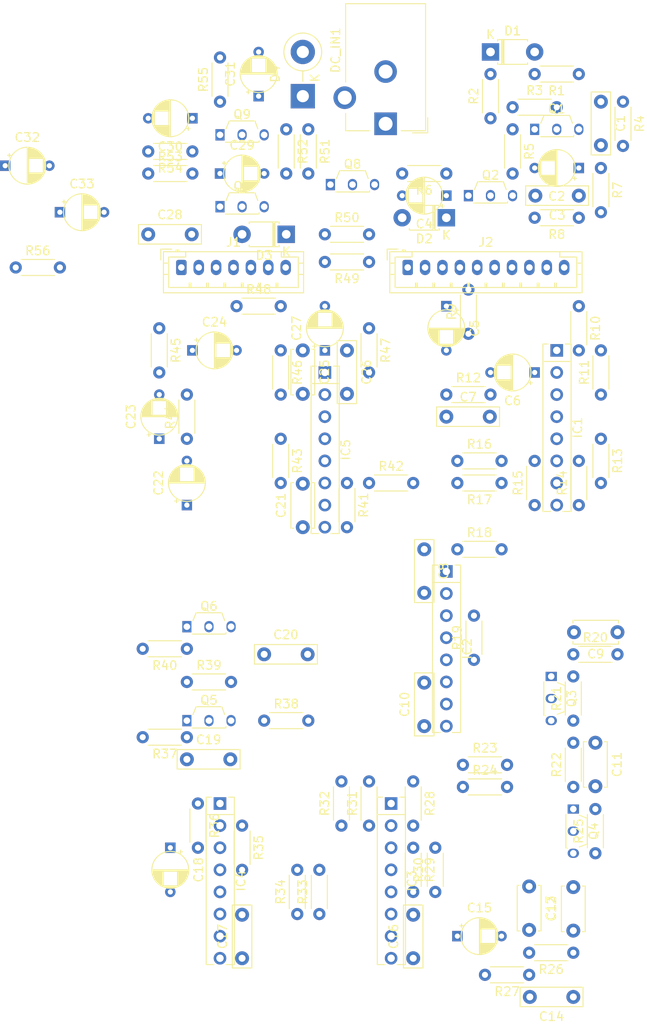
<source format=kicad_pcb>
(kicad_pcb (version 20221018) (generator pcbnew)
  (layers (0 "F.Cu" signal) (31 "B.Cu" signal) (34 "B.Paste" user) (35 "F.Paste" user) (36 "B.SilkS" user "B.Silkscreen") (37 "F.SilkS" user "F.Silkscreen") (38 "B.Mask" user) (39 "F.Mask" user) (44 "Edge.Cuts" user))
  (net 0 "")
  (net 1 "-BATT")
  (net 2 "+9V")
  (net 3 "+BATT")
  (net 4 "Net-(IC1-Pad6)")
  (net 5 "Net-(IC1-Pad5)")
  (net 6 "GNDPWR")
  (net 7 "Net-(C6-Pad1)")
  (net 8 "Net-(C8-Pad2)")
  (net 9 "VCC")
  (net 10 "Net-(C10-Pad2)")
  (net 11 "Net-(C10-Pad1)")
  (net 12 "Net-(IC3-Pad2)")
  (net 13 "Net-(IC3-Pad3)")
  (net 14 "Net-(C16-Pad2)")
  (net 15 "Net-(C18-Pad1)")
  (net 16 "Net-(C17-Pad2)")
  (net 17 "Net-(C17-Pad1)")
  (net 18 "A")
  (net 19 "A1")
  (net 20 "A3")
  (net 21 "Net-(C25-Pad1)")
  (net 22 "Net-(C2-Pad1)")
  (net 23 "Net-(C1-Pad1)")
  (net 24 "Net-(C4-Pad1)")
  (net 25 "Net-(C9-Pad2)")
  (net 26 "Net-(C11-Pad1)")
  (net 27 "Net-(C12-Pad2)")
  (net 28 "Net-(C19-Pad2)")
  (net 29 "Net-(C23-Pad1)")
  (net 30 "Net-(C22-Pad1)")
  (net 31 "Net-(C20-Pad1)")
  (net 32 "Q7-G")
  (net 33 "Net-(C27-Pad2)")
  (net 34 "Net-(C29-Pad1)")
  (net 35 "Q8-G")
  (net 36 "Net-(C4-Pad2)")
  (net 37 "Net-(C29-Pad2)")
  (net 38 "Net-(C30-Pad1)")
  (net 39 "Net-(C2-Pad2)")
  (net 40 "Net-(C1-Pad2)")
  (net 41 "Net-(IN1-PadT)")
  (net 42 "Net-(C5-Pad2)")
  (net 43 "Net-(C6-Pad2)")
  (net 44 "Net-(R26-Pad1)")
  (net 45 "Net-(C12-Pad1)")
  (net 46 "Net-(C7-Pad1)")
  (net 47 "Net-(C22-Pad2)")
  (net 48 "Net-(C23-Pad2)")
  (net 49 "Net-(C26-Pad1)")
  (net 50 "Net-(C24-Pad2)")
  (net 51 "Net-(OUT1-PadT)")
  (net 52 "Net-(C30-Pad2)")
  (net 53 "Net-(R56-Pad1)")
  (net 54 "Net-(C33-Pad1)")
  (net 55 "LOW2")
  (net 56 "PRES2")
  (net 57 "MF1A")
  (net 58 "MF3A")
  (net 59 "MF1B")
  (net 60 "MF3B")
  (net 61 "ML2")
  (net 62 "HF1B")
  (net 63 "HL2")
  (net 64 "HF3B")
  (net 65 "HF1A")
  (net 66 "HF3A")
  (net 67 "L1")
  (net 68 "L3")
  (net 69 "C")
  (net 70 "Net-(C3-Pad2)")
  (net 71 "LED")
  (net 72 "Net-(C28-Pad2)")
  (net 73 "Net-(D1-Pad1)")
  (net 74 "Net-(D1-Pad2)")
  (footprint "Connector_BarrelJack:BarrelJack_CUI_PJ-102AH_Horizontal" (layer "F.Cu") (at 161.925 51.435 180)
    (fp_text reference "DC_IN1" (at 5.75 8.45 270) (layer "F.SilkS"))
    (fp_text value "Barrel_Jack_Switch")
    (pad "1" thru_hole rect (at 0 0 180) (size 2.6 2.6) (drill 1.6) (layers "*.Cu" "*.Mask") (net 1 "-BATT"))
    (pad "2" thru_hole circle (at 0 6 180) (size 2.6 2.6) (drill 1.6) (layers "*.Cu" "*.Mask") (net 2 "+9V"))
    (pad "3" thru_hole circle (at 4.7 3 180) (size 2.6 2.6) (drill 1.6) (layers "*.Cu" "*.Mask") (net 3 "+BATT"))
  )
  (footprint "Package_SIP:SIP-8_19x3mm_P2.54mm" (layer "F.Cu") (at 168.91 102.87 -90)
    (fp_text reference "IC2" (at 8.89 -2.4 270) (layer "F.SilkS"))
    (fp_text value "M5218")
    (pad "1" thru_hole rect (at 0 0) (size 1.45 1.45) (drill 0.85) (layers "*.Cu" "*.Mask") (net 62 "HF1B"))
    (pad "2" thru_hole circle (at 2.54 0) (size 1.45 1.45) (drill 0.85) (layers "*.Cu" "*.Mask") (net 8 "Net-(C8-Pad2)"))
    (pad "3" thru_hole circle (at 5.08 0) (size 1.45 1.45) (drill 0.85) (layers "*.Cu" "*.Mask") (net 9 "VCC"))
    (pad "4" thru_hole circle (at 7.62 0) (size 1.45 1.45) (drill 0.85) (layers "*.Cu" "*.Mask") (net 6 "GNDPWR"))
    (pad "5" thru_hole circle (at 10.16 0) (size 1.45 1.45) (drill 0.85) (layers "*.Cu" "*.Mask") (net 9 "VCC"))
    (pad "6" thru_hole circle (at 12.7 0) (size 1.45 1.45) (drill 0.85) (layers "*.Cu" "*.Mask") (net 10 "Net-(C10-Pad2)"))
    (pad "7" thru_hole circle (at 15.24 0) (size 1.45 1.45) (drill 0.85) (layers "*.Cu" "*.Mask") (net 11 "Net-(C10-Pad1)"))
    (pad "8" thru_hole circle (at 17.78 0) (size 1.45 1.45) (drill 0.85) (layers "*.Cu" "*.Mask") (net 2 "+9V"))
  )
  (footprint "Package_SIP:SIP-8_19x3mm_P2.54mm" (layer "F.Cu") (at 162.56 129.54 -90)
    (fp_text reference "IC3" (at 8.89 -2.4 270) (layer "F.SilkS"))
    (fp_text value "M5218")
    (pad "1" thru_hole rect (at 0 0) (size 1.45 1.45) (drill 0.85) (layers "*.Cu" "*.Mask") (net 57 "MF1A"))
    (pad "2" thru_hole circle (at 2.54 0) (size 1.45 1.45) (drill 0.85) (layers "*.Cu" "*.Mask") (net 12 "Net-(IC3-Pad2)"))
    (pad "3" thru_hole circle (at 5.08 0) (size 1.45 1.45) (drill 0.85) (layers "*.Cu" "*.Mask") (net 13 "Net-(IC3-Pad3)"))
    (pad "4" thru_hole circle (at 7.62 0) (size 1.45 1.45) (drill 0.85) (layers "*.Cu" "*.Mask") (net 6 "GNDPWR"))
    (pad "5" thru_hole circle (at 10.16 0) (size 1.45 1.45) (drill 0.85) (layers "*.Cu" "*.Mask") (net 9 "VCC"))
    (pad "6" thru_hole circle (at 12.7 0) (size 1.45 1.45) (drill 0.85) (layers "*.Cu" "*.Mask") (net 14 "Net-(C16-Pad2)"))
    (pad "7" thru_hole circle (at 15.24 0) (size 1.45 1.45) (drill 0.85) (layers "*.Cu" "*.Mask") (net 59 "MF1B"))
    (pad "8" thru_hole circle (at 17.78 0) (size 1.45 1.45) (drill 0.85) (layers "*.Cu" "*.Mask") (net 2 "+9V"))
  )
  (footprint "Package_SIP:SIP-8_19x3mm_P2.54mm" (layer "F.Cu") (at 142.875 129.54 -90)
    (fp_text reference "IC4" (at 8.89 -2.4 270) (layer "F.SilkS"))
    (fp_text value "M5218")
    (pad "1" thru_hole rect (at 0 0) (size 1.45 1.45) (drill 0.85) (layers "*.Cu" "*.Mask") (net 9 "VCC"))
    (pad "2" thru_hole circle (at 2.54 0) (size 1.45 1.45) (drill 0.85) (layers "*.Cu" "*.Mask") (net 9 "VCC"))
    (pad "3" thru_hole circle (at 5.08 0) (size 1.45 1.45) (drill 0.85) (layers "*.Cu" "*.Mask") (net 15 "Net-(C18-Pad1)"))
    (pad "4" thru_hole circle (at 7.62 0) (size 1.45 1.45) (drill 0.85) (layers "*.Cu" "*.Mask") (net 6 "GNDPWR"))
    (pad "5" thru_hole circle (at 10.16 0) (size 1.45 1.45) (drill 0.85) (layers "*.Cu" "*.Mask") (net 9 "VCC"))
    (pad "6" thru_hole circle (at 12.7 0) (size 1.45 1.45) (drill 0.85) (layers "*.Cu" "*.Mask") (net 16 "Net-(C17-Pad2)"))
    (pad "7" thru_hole circle (at 15.24 0) (size 1.45 1.45) (drill 0.85) (layers "*.Cu" "*.Mask") (net 17 "Net-(C17-Pad1)"))
    (pad "8" thru_hole circle (at 17.78 0) (size 1.45 1.45) (drill 0.85) (layers "*.Cu" "*.Mask") (net 2 "+9V"))
  )
  (footprint "Package_SIP:SIP-8_19x3mm_P2.54mm" (layer "F.Cu") (at 154.94 80.01 -90)
    (fp_text reference "IC5" (at 8.89 -2.4 270) (layer "F.SilkS"))
    (fp_text value "M5218")
    (pad "1" thru_hole rect (at 0 0) (size 1.45 1.45) (drill 0.85) (layers "*.Cu" "*.Mask") (net 21 "Net-(C25-Pad1)"))
    (pad "2" thru_hole circle (at 2.54 0) (size 1.45 1.45) (drill 0.85) (layers "*.Cu" "*.Mask") (net 20 "A3"))
    (pad "3" thru_hole circle (at 5.08 0) (size 1.45 1.45) (drill 0.85) (layers "*.Cu" "*.Mask") (net 9 "VCC"))
    (pad "4" thru_hole circle (at 7.62 0) (size 1.45 1.45) (drill 0.85) (layers "*.Cu" "*.Mask") (net 6 "GNDPWR"))
    (pad "5" thru_hole circle (at 10.16 0) (size 1.45 1.45) (drill 0.85) (layers "*.Cu" "*.Mask") (net 9 "VCC"))
    (pad "6" thru_hole circle (at 12.7 0) (size 1.45 1.45) (drill 0.85) (layers "*.Cu" "*.Mask") (net 19 "A1"))
    (pad "7" thru_hole circle (at 15.24 0) (size 1.45 1.45) (drill 0.85) (layers "*.Cu" "*.Mask") (net 18 "A"))
    (pad "8" thru_hole circle (at 17.78 0) (size 1.45 1.45) (drill 0.85) (layers "*.Cu" "*.Mask") (net 2 "+9V"))
  )
  (footprint "Package_TO_SOT_THT:TO-92S_Wide" (layer "F.Cu") (at 179.07 52.07)
    (fp_text reference "Q1" (at 2.54 -2.35) (layer "F.SilkS"))
    (fp_text value "2SK184-GR")
    (pad "1" thru_hole rect (at 0 0 180) (size 1.05 1.3) (drill 0.75) (layers "*.Cu" "*.Mask") (net 2 "+9V"))
    (pad "2" thru_hole oval (at 2.54 0 180) (size 1.05 1.3) (drill 0.75) (layers "*.Cu" "*.Mask") (net 23 "Net-(C1-Pad1)"))
    (pad "3" thru_hole oval (at 5.08 0 180) (size 1.05 1.3) (drill 0.75) (layers "*.Cu" "*.Mask") (net 22 "Net-(C2-Pad1)"))
  )
  (footprint "Package_TO_SOT_THT:TO-92S_Wide" (layer "F.Cu") (at 171.45 59.69)
    (fp_text reference "Q2" (at 2.54 -2.35) (layer "F.SilkS"))
    (fp_text value "2SC3378-GR")
    (pad "1" thru_hole rect (at 0 0 180) (size 1.05 1.3) (drill 0.75) (layers "*.Cu" "*.Mask") (net 24 "Net-(C4-Pad1)"))
    (pad "2" thru_hole oval (at 2.54 0 180) (size 1.05 1.3) (drill 0.75) (layers "*.Cu" "*.Mask") (net 2 "+9V"))
    (pad "3" thru_hole oval (at 5.08 0 180) (size 1.05 1.3) (drill 0.75) (layers "*.Cu" "*.Mask") (net 22 "Net-(C2-Pad1)"))
  )
  (footprint "Package_TO_SOT_THT:TO-92S_Wide" (layer "F.Cu") (at 180.975 114.935 -90)
    (fp_text reference "Q3" (at 2.54 -2.35 270) (layer "F.SilkS"))
    (fp_text value "C2458-GR")
    (pad "1" thru_hole rect (at 0 0 90) (size 1.05 1.3) (drill 0.75) (layers "*.Cu" "*.Mask") (net 6 "GNDPWR"))
    (pad "2" thru_hole oval (at 2.54 0 90) (size 1.05 1.3) (drill 0.75) (layers "*.Cu" "*.Mask") (net 25 "Net-(C9-Pad2)"))
    (pad "3" thru_hole oval (at 5.08 0 90) (size 1.05 1.3) (drill 0.75) (layers "*.Cu" "*.Mask") (net 26 "Net-(C11-Pad1)"))
  )
  (footprint "Package_TO_SOT_THT:TO-92S_Wide" (layer "F.Cu") (at 183.515 130.175 -90)
    (fp_text reference "Q4" (at 2.54 -2.35 270) (layer "F.SilkS"))
    (fp_text value "C2458-GR")
    (pad "1" thru_hole rect (at 0 0 90) (size 1.05 1.3) (drill 0.75) (layers "*.Cu" "*.Mask") (net 6 "GNDPWR"))
    (pad "2" thru_hole oval (at 2.54 0 90) (size 1.05 1.3) (drill 0.75) (layers "*.Cu" "*.Mask") (net 71 "LED"))
    (pad "3" thru_hole oval (at 5.08 0 90) (size 1.05 1.3) (drill 0.75) (layers "*.Cu" "*.Mask") (net 27 "Net-(C12-Pad2)"))
  )
  (footprint "Package_TO_SOT_THT:TO-92S_Wide" (layer "F.Cu") (at 139.065 120.015)
    (fp_text reference "Q5" (at 2.54 -2.35) (layer "F.SilkS"))
    (fp_text value "2SC3378-GR")
    (pad "1" thru_hole rect (at 0 0 180) (size 1.05 1.3) (drill 0.75) (layers "*.Cu" "*.Mask") (net 29 "Net-(C23-Pad1)"))
    (pad "2" thru_hole oval (at 2.54 0 180) (size 1.05 1.3) (drill 0.75) (layers "*.Cu" "*.Mask") (net 2 "+9V"))
    (pad "3" thru_hole oval (at 5.08 0 180) (size 1.05 1.3) (drill 0.75) (layers "*.Cu" "*.Mask") (net 28 "Net-(C19-Pad2)"))
  )
  (footprint "Package_TO_SOT_THT:TO-92S_Wide" (layer "F.Cu") (at 139.065 109.22)
    (fp_text reference "Q6" (at 2.54 -2.35) (layer "F.SilkS"))
    (fp_text value "2SC3378-GR")
    (pad "1" thru_hole rect (at 0 0 180) (size 1.05 1.3) (drill 0.75) (layers "*.Cu" "*.Mask") (net 30 "Net-(C22-Pad1)"))
    (pad "2" thru_hole oval (at 2.54 0 180) (size 1.05 1.3) (drill 0.75) (layers "*.Cu" "*.Mask") (net 2 "+9V"))
    (pad "3" thru_hole oval (at 5.08 0 180) (size 1.05 1.3) (drill 0.75) (layers "*.Cu" "*.Mask") (net 31 "Net-(C20-Pad1)"))
  )
  (footprint "Package_TO_SOT_THT:TO-92S_Wide" (layer "F.Cu") (at 142.875 52.705)
    (fp_text reference "Q9" (at 2.54 -2.35) (layer "F.SilkS"))
    (fp_text value "2SC3378-GR")
    (pad "1" thru_hole rect (at 0 0 180) (size 1.05 1.3) (drill 0.75) (layers "*.Cu" "*.Mask") (net 38 "Net-(C30-Pad1)"))
    (pad "2" thru_hole oval (at 2.54 0 180) (size 1.05 1.3) (drill 0.75) (layers "*.Cu" "*.Mask") (net 2 "+9V"))
    (pad "3" thru_hole oval (at 5.08 0 180) (size 1.05 1.3) (drill 0.75) (layers "*.Cu" "*.Mask") (net 37 "Net-(C29-Pad2)"))
  )
  (footprint "Resistor_THT:R_Axial_DIN0204_L3.6mm_D1.6mm_P5.08mm_Horizontal" (layer "F.Cu") (at 173.99 50.8 90)
    (fp_text reference "R2" (at 2.54 -1.92 90) (layer "F.SilkS"))
    (fp_text value "10k")
    (pad "1" thru_hole circle (at 0 0 90) (size 1.4 1.4) (drill 0.7) (layers "*.Cu" "*.Mask") (net 24 "Net-(C4-Pad1)"))
    (pad "2" thru_hole oval (at 5.08 0 90) (size 1.4 1.4) (drill 0.7) (layers "*.Cu" "*.Mask") (net 6 "GNDPWR"))
  )
  (footprint "Resistor_THT:R_Axial_DIN0204_L3.6mm_D1.6mm_P5.08mm_Horizontal" (layer "F.Cu") (at 176.53 49.53)
    (fp_text reference "R3" (at 2.54 -1.92) (layer "F.SilkS"))
    (fp_text value "1M")
    (pad "1" thru_hole circle (at 0 0) (size 1.4 1.4) (drill 0.7) (layers "*.Cu" "*.Mask") (net 9 "VCC"))
    (pad "2" thru_hole oval (at 5.08 0) (size 1.4 1.4) (drill 0.7) (layers "*.Cu" "*.Mask") (net 23 "Net-(C1-Pad1)"))
  )
  (footprint "Resistor_THT:R_Axial_DIN0204_L3.6mm_D1.6mm_P5.08mm_Horizontal" (layer "F.Cu") (at 189.23 48.895 -90)
    (fp_text reference "R4" (at 2.54 -1.92 270) (layer "F.SilkS"))
    (fp_text value "10k")
    (pad "1" thru_hole circle (at 0 0 270) (size 1.4 1.4) (drill 0.7) (layers "*.Cu" "*.Mask") (net 22 "Net-(C2-Pad1)"))
    (pad "2" thru_hole oval (at 5.08 0 270) (size 1.4 1.4) (drill 0.7) (layers "*.Cu" "*.Mask") (net 6 "GNDPWR"))
  )
  (footprint "Resistor_THT:R_Axial_DIN0204_L3.6mm_D1.6mm_P5.08mm_Horizontal" (layer "F.Cu") (at 176.53 52.07 -90)
    (fp_text reference "R5" (at 2.54 -1.92 270) (layer "F.SilkS"))
    (fp_text value "1M")
    (pad "1" thru_hole circle (at 0 0 270) (size 1.4 1.4) (drill 0.7) (layers "*.Cu" "*.Mask") (net 9 "VCC"))
    (pad "2" thru_hole oval (at 5.08 0 270) (size 1.4 1.4) (drill 0.7) (layers "*.Cu" "*.Mask") (net 39 "Net-(C2-Pad2)"))
  )
  (footprint "Resistor_THT:R_Axial_DIN0204_L3.6mm_D1.6mm_P5.08mm_Horizontal" (layer "F.Cu") (at 168.91 57.15 180)
    (fp_text reference "R6" (at 2.54 -1.92 180) (layer "F.SilkS"))
    (fp_text value "1M")
    (pad "1" thru_hole circle (at 0 0 180) (size 1.4 1.4) (drill 0.7) (layers "*.Cu" "*.Mask") (net 9 "VCC"))
    (pad "2" thru_hole oval (at 5.08 0 180) (size 1.4 1.4) (drill 0.7) (layers "*.Cu" "*.Mask") (net 36 "Net-(C4-Pad2)"))
  )
  (footprint "Resistor_THT:R_Axial_DIN0204_L3.6mm_D1.6mm_P5.08mm_Horizontal" (layer "F.Cu") (at 186.69 56.515 -90)
    (fp_text reference "R7" (at 2.54 -1.92 270) (layer "F.SilkS"))
    (fp_text value "10k")
    (pad "1" thru_hole circle (at 0 0 270) (size 1.4 1.4) (drill 0.7) (layers "*.Cu" "*.Mask") (net 40 "Net-(C1-Pad2)"))
    (pad "2" thru_hole oval (at 5.08 0 270) (size 1.4 1.4) (drill 0.7) (layers "*.Cu" "*.Mask") (net 41 "Net-(IN1-PadT)"))
  )
  (footprint "Resistor_THT:R_Axial_DIN0204_L3.6mm_D1.6mm_P5.08mm_Horizontal" (layer "F.Cu") (at 184.15 62.23 180)
    (fp_text reference "R8" (at 2.54 -1.92 180) (layer "F.SilkS"))
    (fp_text value "1M")
    (pad "1" thru_hole circle (at 0 0 180) (size 1.4 1.4) (drill 0.7) (layers "*.Cu" "*.Mask") (net 71 "LED"))
    (pad "2" thru_hole oval (at 5.08 0 180) (size 1.4 1.4) (drill 0.7) (layers "*.Cu" "*.Mask") (net 70 "Net-(C3-Pad2)"))
  )
  (footprint "Resistor_THT:R_Axial_DIN0204_L3.6mm_D1.6mm_P5.08mm_Horizontal" (layer "F.Cu") (at 171.45 75.565 90)
    (fp_text reference "R9" (at 2.54 -1.92 90) (layer "F.SilkS"))
    (fp_text value "6.8k")
    (pad "1" thru_hole circle (at 0 0 90) (size 1.4 1.4) (drill 0.7) (layers "*.Cu" "*.Mask") (net 42 "Net-(C5-Pad2)"))
    (pad "2" thru_hole oval (at 5.08 0 90) (size 1.4 1.4) (drill 0.7) (layers "*.Cu" "*.Mask") (net 63 "HL2"))
  )
  (footprint "Resistor_THT:R_Axial_DIN0204_L3.6mm_D1.6mm_P5.08mm_Horizontal" (layer "F.Cu") (at 184.15 72.39 -90)
    (fp_text reference "R10" (at 2.54 -1.92 270) (layer "F.SilkS"))
    (fp_text value "10k")
    (pad "1" thru_hole circle (at 0 0 270) (size 1.4 1.4) (drill 0.7) (layers "*.Cu" "*.Mask") (net 7 "Net-(C6-Pad1)"))
    (pad "2" thru_hole oval (at 5.08 0 270) (size 1.4 1.4) (drill 0.7) (layers "*.Cu" "*.Mask") (net 68 "L3"))
  )
  (footprint "Resistor_THT:R_Axial_DIN0204_L3.6mm_D1.6mm_P5.08mm_Horizontal" (layer "F.Cu") (at 186.69 82.55 90)
    (fp_text reference "R11" (at 2.54 -1.92 90) (layer "F.SilkS"))
    (fp_text value "10k")
    (pad "1" thru_hole circle (at 0 0 90) (size 1.4 1.4) (drill 0.7) (layers "*.Cu" "*.Mask") (net 67 "L1"))
    (pad "2" thru_hole oval (at 5.08 0 90) (size 1.4 1.4) (drill 0.7) (layers "*.Cu" "*.Mask") (net 39 "Net-(C2-Pad2)"))
  )
  (footprint "Resistor_THT:R_Axial_DIN0204_L3.6mm_D1.6mm_P5.08mm_Horizontal" (layer "F.Cu") (at 168.91 82.55)
    (fp_text reference "R12" (at 2.54 -1.92) (layer "F.SilkS"))
    (fp_text value "47k")
    (pad "1" thru_hole circle (at 0 0) (size 1.4 1.4) (drill 0.7) (layers "*.Cu" "*.Mask") (net 19 "A1"))
    (pad "2" thru_hole oval (at 5.08 0) (size 1.4 1.4) (drill 0.7) (layers "*.Cu" "*.Mask") (net 43 "Net-(C6-Pad2)"))
  )
  (footprint "Resistor_THT:R_Axial_DIN0204_L3.6mm_D1.6mm_P5.08mm_Horizontal" (layer "F.Cu") (at 186.69 87.63 -90)
    (fp_text reference "R13" (at 2.54 -1.92 270) (layer "F.SilkS"))
    (fp_text value "10k")
    (pad "1" thru_hole circle (at 0 0 270) (size 1.4 1.4) (drill 0.7) (layers "*.Cu" "*.Mask") (net 5 "Net-(IC1-Pad5)"))
    (pad "2" thru_hole oval (at 5.08 0 270) (size 1.4 1.4) (drill 0.7) (layers "*.Cu" "*.Mask") (net 9 "VCC"))
  )
  (footprint "Resistor_THT:R_Axial_DIN0204_L3.6mm_D1.6mm_P5.08mm_Horizontal" (layer "F.Cu") (at 184.15 95.25 90)
    (fp_text reference "R14" (at 2.54 -1.92 90) (layer "F.SilkS"))
    (fp_text value "22k")
    (pad "1" thru_hole circle (at 0 0 90) (size 1.4 1.4) (drill 0.7) (layers "*.Cu" "*.Mask") (net 65 "HF1A"))
    (pad "2" thru_hole oval (at 5.08 0 90) (size 1.4 1.4) (drill 0.7) (layers "*.Cu" "*.Mask") (net 4 "Net-(IC1-Pad6)"))
  )
  (footprint "Resistor_THT:R_Axial_DIN0204_L3.6mm_D1.6mm_P5.08mm_Horizontal" (layer "F.Cu") (at 179.07 95.25 90)
    (fp_text reference "R15" (at 2.54 -1.92 90) (layer "F.SilkS"))
    (fp_text value "22k")
    (pad "1" thru_hole circle (at 0 0 90) (size 1.4 1.4) (drill 0.7) (layers "*.Cu" "*.Mask") (net 11 "Net-(C10-Pad1)"))
    (pad "2" thru_hole oval (at 5.08 0 90) (size 1.4 1.4) (drill 0.7) (layers "*.Cu" "*.Mask") (net 4 "Net-(IC1-Pad6)"))
  )
  (footprint "Resistor_THT:R_Axial_DIN0204_L3.6mm_D1.6mm_P5.08mm_Horizontal" (layer "F.Cu") (at 170.18 90.17)
    (fp_text reference "R16" (at 2.54 -1.92) (layer "F.SilkS"))
    (fp_text value "22k")
    (pad "1" thru_hole circle (at 0 0) (size 1.4 1.4) (drill 0.7) (layers "*.Cu" "*.Mask") (net 62 "HF1B"))
    (pad "2" thru_hole oval (at 5.08 0) (size 1.4 1.4) (drill 0.7) (layers "*.Cu" "*.Mask") (net 5 "Net-(IC1-Pad5)"))
  )
  (footprint "Resistor_THT:R_Axial_DIN0204_L3.6mm_D1.6mm_P5.08mm_Horizontal" (layer "F.Cu") (at 175.26 92.71 180)
    (fp_text reference "R17" (at 2.54 -1.92 180) (layer "F.SilkS"))
    (fp_text value "22k")
    (pad "1" thru_hole circle (at 0 0 180) (size 1.4 1.4) (drill 0.7) (layers "*.Cu" "*.Mask") (net 4 "Net-(IC1-Pad6)"))
    (pad "2" thru_hole oval (at 5.08 0 180) (size 1.4 1.4) (drill 0.7) (layers "*.Cu" "*.Mask") (net 18 "A"))
  )
  (footprint "Resistor_THT:R_Axial_DIN0204_L3.6mm_D1.6mm_P5.08mm_Horizontal" (layer "F.Cu") (at 172.085 113.03 90)
    (fp_text reference "R19" (at 2.54 -1.92 90) (layer "F.SilkS"))
    (fp_text value "2.7k")
    (pad "1" thru_hole circle (at 0 0 90) (size 1.4 1.4) (drill 0.7) (layers "*.Cu" "*.Mask") (net 10 "Net-(C10-Pad2)"))
    (pad "2" thru_hole oval (at 5.08 0 90) (size 1.4 1.4) (drill 0.7) (layers "*.Cu" "*.Mask") (net 64 "HF3B"))
  )
  (footprint "Resistor_THT:R_Axial_DIN0204_L3.6mm_D1.6mm_P5.08mm_Horizontal" (layer "F.Cu") (at 183.515 112.395)
    (fp_text reference "R20" (at 2.54 -1.92) (layer "F.SilkS"))
    (fp_text value "100k")
    (pad "1" thru_hole circle (at 0 0) (size 1.4 1.4) (drill 0.7) (layers "*.Cu" "*.Mask") (net 25 "Net-(C9-Pad2)"))
    (pad "2" thru_hole oval (at 5.08 0) (size 1.4 1.4) (drill 0.7) (layers "*.Cu" "*.Mask") (net 27 "Net-(C12-Pad2)"))
  )
  (footprint "Resistor_THT:R_Axial_DIN0204_L3.6mm_D1.6mm_P5.08mm_Horizontal" (layer "F.Cu") (at 183.515 120.015 90)
    (fp_text reference "R21" (at 2.54 -1.92 90) (layer "F.SilkS"))
    (fp_text value "56k")
    (pad "1" thru_hole circle (at 0 0 90) (size 1.4 1.4) (drill 0.7) (layers "*.Cu" "*.Mask") (net 26 "Net-(C11-Pad1)"))
    (pad "2" thru_hole oval (at 5.08 0 90) (size 1.4 1.4) (drill 0.7) (layers "*.Cu" "*.Mask") (net 6 "GNDPWR"))
  )
  (footprint "Resistor_THT:R_Axial_DIN0204_L3.6mm_D1.6mm_P5.08mm_Horizontal" (layer "F.Cu") (at 183.515 127.635 90)
    (fp_text reference "R22" (at 2.54 -1.92 90) (layer "F.SilkS"))
    (fp_text value "100k")
    (pad "1" thru_hole circle (at 0 0 90) (size 1.4 1.4) (drill 0.7) (layers "*.Cu" "*.Mask") (net 71 "LED"))
    (pad "2" thru_hole oval (at 5.08 0 90) (size 1.4 1.4) (drill 0.7) (layers "*.Cu" "*.Mask") (net 26 "Net-(C11-Pad1)"))
  )
  (footprint "Resistor_THT:R_Axial_DIN0204_L3.6mm_D1.6mm_P5.08mm_Horizontal" (layer "F.Cu") (at 170.815 125.095)
    (fp_text reference "R23" (at 2.54 -1.92) (layer "F.SilkS"))
    (fp_text value "56k")
    (pad "1" thru_hole circle (at 0 0) (size 1.4 1.4) (drill 0.7) (layers "*.Cu" "*.Mask") (net 2 "+9V"))
    (pad "2" thru_hole oval (at 5.08 0) (size 1.4 1.4) (drill 0.7) (layers "*.Cu" "*.Mask") (net 25 "Net-(C9-Pad2)"))
  )
  (footprint "Resistor_THT:R_Axial_DIN0204_L3.6mm_D1.6mm_P5.08mm_Horizontal" (layer "F.Cu") (at 170.815 127.635)
    (fp_text reference "R24" (at 2.54 -1.92) (layer "F.SilkS"))
    (fp_text value "56k")
    (pad "1" thru_hole circle (at 0 0) (size 1.4 1.4) (drill 0.7) (layers "*.Cu" "*.Mask") (net 2 "+9V"))
    (pad "2" thru_hole oval (at 5.08 0) (size 1.4 1.4) (drill 0.7) (layers "*.Cu" "*.Mask") (net 71 "LED"))
  )
  (footprint "Resistor_THT:R_Axial_DIN0204_L3.6mm_D1.6mm_P5.08mm_Horizontal" (layer "F.Cu") (at 186.055 135.255 90)
    (fp_text reference "R25" (at 2.54 -1.92 90) (layer "F.SilkS"))
    (fp_text value "56k")
    (pad "1" thru_hole circle (at 0 0 90) (size 1.4 1.4) (drill 0.7) (layers "*.Cu" "*.Mask") (net 27 "Net-(C12-Pad2)"))
    (pad "2" thru_hole oval (at 5.08 0 90) (size 1.4 1.4) (drill 0.7) (layers "*.Cu" "*.Mask") (net 6 "GNDPWR"))
  )
  (footprint "Resistor_THT:R_Axial_DIN0204_L3.6mm_D1.6mm_P5.08mm_Horizontal" (layer "F.Cu") (at 183.515 146.685 180)
    (fp_text reference "R26" (at 2.54 -1.92 180) (layer "F.SilkS"))
    (fp_text value "100")
    (pad "1" thru_hole circle (at 0 0 180) (size 1.4 1.4) (drill 0.7) (layers "*.Cu" "*.Mask") (net 44 "Net-(R26-Pad1)"))
    (pad "2" thru_hole oval (at 5.08 0 180) (size 1.4 1.4) (drill 0.7) (layers "*.Cu" "*.Mask") (net 45 "Net-(C12-Pad1)"))
  )
  (footprint "Resistor_THT:R_Axial_DIN0204_L3.6mm_D1.6mm_P5.08mm_Horizontal" (layer "F.Cu") (at 178.435 149.225 180)
    (fp_text reference "R27" (at 2.54 -1.92 180) (layer "F.SilkS"))
    (fp_text value "1M")
    (pad "1" thru_hole circle (at 0 0 180) (size 1.4 1.4) (drill 0.7) (layers "*.Cu" "*.Mask") (net 45 "Net-(C12-Pad1)"))
    (pad "2" thru_hole oval (at 5.08 0 180) (size 1.4 1.4) (drill 0.7) (layers "*.Cu" "*.Mask") (net 2 "+9V"))
  )
  (footprint "Resistor_THT:R_Axial_DIN0204_L3.6mm_D1.6mm_P5.08mm_Horizontal" (layer "F.Cu") (at 165.1 127 -90)
    (fp_text reference "R28" (at 2.54 -1.92 270) (layer "F.SilkS"))
    (fp_text value "22k")
    (pad "1" thru_hole circle (at 0 0 270) (size 1.4 1.4) (drill 0.7) (layers "*.Cu" "*.Mask") (net 57 "MF1A"))
    (pad "2" thru_hole oval (at 5.08 0 270) (size 1.4 1.4) (drill 0.7) (layers "*.Cu" "*.Mask") (net 12 "Net-(IC3-Pad2)"))
  )
  (footprint "Resistor_THT:R_Axial_DIN0204_L3.6mm_D1.6mm_P5.08mm_Horizontal" (layer "F.Cu") (at 165.1 134.62 -90)
    (fp_text reference "R29" (at 2.54 -1.92 270) (layer "F.SilkS"))
    (fp_text value "10k")
    (pad "1" thru_hole circle (at 0 0 270) (size 1.4 1.4) (drill 0.7) (layers "*.Cu" "*.Mask") (net 13 "Net-(IC3-Pad3)"))
    (pad "2" thru_hole oval (at 5.08 0 270) (size 1.4 1.4) (drill 0.7) (layers "*.Cu" "*.Mask") (net 9 "VCC"))
  )
  (footprint "Resistor_THT:R_Axial_DIN0204_L3.6mm_D1.6mm_P5.08mm_Horizontal" (layer "F.Cu") (at 167.64 139.7 90)
    (fp_text reference "R30" (at 2.54 -1.92 90) (layer "F.SilkS"))
    (fp_text value "22k")
    (pad "1" thru_hole circle (at 0 0 90) (size 1.4 1.4) (drill 0.7) (layers "*.Cu" "*.Mask") (net 59 "MF1B"))
    (pad "2" thru_hole oval (at 5.08 0 90) (size 1.4 1.4) (drill 0.7) (layers "*.Cu" "*.Mask") (net 13 "Net-(IC3-Pad3)"))
  )
  (footprint "Resistor_THT:R_Axial_DIN0204_L3.6mm_D1.6mm_P5.08mm_Horizontal" (layer "F.Cu") (at 160.02 132.08 90)
    (fp_text reference "R31" (at 2.54 -1.92 90) (layer "F.SilkS"))
    (fp_text value "22k")
    (pad "1" thru_hole circle (at 0 0 90) (size 1.4 1.4) (drill 0.7) (layers "*.Cu" "*.Mask") (net 12 "Net-(IC3-Pad2)"))
    (pad "2" thru_hole oval (at 5.08 0 90) (size 1.4 1.4) (drill 0.7) (layers "*.Cu" "*.Mask") (net 18 "A"))
  )
  (footprint "Resistor_THT:R_Axial_DIN0204_L3.6mm_D1.6mm_P5.08mm_Horizontal" (layer "F.Cu") (at 156.845 132.08 90)
    (fp_text reference "R32" (at 2.54 -1.92 90) (layer "F.SilkS"))
    (fp_text value "2.7k")
    (pad "1" thru_hole circle (at 0 0 90) (size 1.4 1.4) (drill 0.7) (layers "*.Cu" "*.Mask") (net 14 "Net-(C16-Pad2)"))
    (pad "2" thru_hole oval (at 5.08 0 90) (size 1.4 1.4) (drill 0.7) (layers "*.Cu" "*.Mask") (net 58 "MF3A"))
  )
  (footprint "Resistor_THT:R_Axial_DIN0204_L3.6mm_D1.6mm_P5.08mm_Horizontal" (layer "F.Cu") (at 151.765 142.24 90)
    (fp_text reference "R34" (at 2.54 -1.92 90) (layer "F.SilkS"))
    (fp_text value "2.7k")
    (pad "1" thru_hole circle (at 0 0 90) (size 1.4 1.4) (drill 0.7) (layers "*.Cu" "*.Mask") (net 16 "Net-(C17-Pad2)"))
    (pad "2" thru_hole oval (at 5.08 0 90) (size 1.4 1.4) (drill 0.7) (layers "*.Cu" "*.Mask") (net 60 "MF3B"))
  )
  (footprint "Resistor_THT:R_Axial_DIN0204_L3.6mm_D1.6mm_P5.08mm_Horizontal" (layer "F.Cu") (at 145.415 132.08 -90)
    (fp_text reference "R35" (at 2.54 -1.92 270) (layer "F.SilkS"))
    (fp_text value "47k")
    (pad "1" thru_hole circle (at 0 0 270) (size 1.4 1.4) (drill 0.7) (layers "*.Cu" "*.Mask") (net 15 "Net-(C18-Pad1)"))
    (pad "2" thru_hole oval (at 5.08 0 270) (size 1.4 1.4) (drill 0.7) (layers "*.Cu" "*.Mask") (net 6 "GNDPWR"))
  )
  (footprint "Resistor_THT:R_Axial_DIN0204_L3.6mm_D1.6mm_P5.08mm_Horizontal" (layer "F.Cu") (at 140.335 129.54 -90)
    (fp_text reference "R36" (at 2.54 -1.92 270) (layer "F.SilkS"))
    (fp_text value "47k")
    (pad "1" thru_hole circle (at 0 0 270) (size 1.4 1.4) (drill 0.7) (layers "*.Cu" "*.Mask") (net 2 "+9V"))
    (pad "2" thru_hole oval (at 5.08 0 270) (size 1.4 1.4) (drill 0.7) (layers "*.Cu" "*.Mask") (net 15 "Net-(C18-Pad1)"))
  )
  (footprint "Resistor_THT:R_Axial_DIN0204_L3.6mm_D1.6mm_P5.08mm_Horizontal" (layer "F.Cu") (at 139.065 121.92 180)
    (fp_text reference "R37" (at 2.54 -1.92 180) (layer "F.SilkS"))
    (fp_text value "4.7k")
    (pad "1" thru_hole circle (at 0 0 180) (size 1.4 1.4) (drill 0.7) (layers "*.Cu" "*.Mask") (net 29 "Net-(C23-Pad1)"))
    (pad "2" thru_hole oval (at 5.08 0 180) (size 1.4 1.4) (drill 0.7) (layers "*.Cu" "*.Mask") (net 6 "GNDPWR"))
  )
  (footprint "Resistor_THT:R_Axial_DIN0204_L3.6mm_D1.6mm_P5.08mm_Horizontal" (layer "F.Cu") (at 147.955 120.015)
    (fp_text reference "R38" (at 2.54 -1.92) (layer "F.SilkS"))
    (fp_text value "18k")
    (pad "1" thru_hole circle (at 0 0) (size 1.4 1.4) (drill 0.7) (layers "*.Cu" "*.Mask") (net 28 "Net-(C19-Pad2)"))
    (pad "2" thru_hole oval (at 5.08 0) (size 1.4 1.4) (drill 0.7) (layers "*.Cu" "*.Mask") (net 18 "A"))
  )
  (footprint "Resistor_THT:R_Axial_DIN0204_L3.6mm_D1.6mm_P5.08mm_Horizontal" (layer "F.Cu") (at 139.065 115.57)
    (fp_text reference "R39" (at 2.54 -1.92) (layer "F.SilkS"))
    (fp_text value "10k")
    (pad "1" thru_hole circle (at 0 0) (size 1.4 1.4) (drill 0.7) (layers "*.Cu" "*.Mask") (net 9 "VCC"))
    (pad "2" thru_hole oval (at 5.08 0) (size 1.4 1.4) (drill 0.7) (layers "*.Cu" "*.Mask") (net 31 "Net-(C20-Pad1)"))
  )
  (footprint "Resistor_THT:R_Axial_DIN0204_L3.6mm_D1.6mm_P5.08mm_Horizontal" (layer "F.Cu") (at 139.065 111.76 180)
    (fp_text reference "R40" (at 2.54 -1.92 180) (layer "F.SilkS"))
    (fp_text value "4.7k")
    (pad "1" thru_hole circle (at 0 0 180) (size 1.4 1.4) (drill 0.7) (layers "*.Cu" "*.Mask") (net 30 "Net-(C22-Pad1)"))
    (pad "2" thru_hole oval (at 5.08 0 180) (size 1.4 1.4) (drill 0.7) (layers "*.Cu" "*.Mask") (net 6 "GNDPWR"))
  )
  (footprint "Resistor_THT:R_Axial_DIN0204_L3.6mm_D1.6mm_P5.08mm_Horizontal" (layer "F.Cu") (at 157.48 92.71 -90)
    (fp_text reference "R41" (at 2.54 -1.92 270) (layer "F.SilkS"))
    (fp_text value "47k")
    (pad "1" thru_hole circle (at 0 0 270) (size 1.4 1.4) (drill 0.7) (layers "*.Cu" "*.Mask") (net 18 "A"))
    (pad "2" thru_hole oval (at 5.08 0 270) (size 1.4 1.4) (drill 0.7) (layers "*.Cu" "*.Mask") (net 19 "A1"))
  )
  (footprint "Resistor_THT:R_Axial_DIN0204_L3.6mm_D1.6mm_P5.08mm_Horizontal" (layer "F.Cu") (at 160.02 92.71)
    (fp_text reference "R42" (at 2.54 -1.92) (layer "F.SilkS"))
    (fp_text value "10k")
    (pad "1" thru_hole circle (at 0 0) (size 1.4 1.4) (drill 0.7) (layers "*.Cu" "*.Mask") (net 19 "A1"))
    (pad "2" thru_hole oval (at 5.08 0) (size 1.4 1.4) (drill 0.7) (layers "*.Cu" "*.Mask") (net 46 "Net-(C7-Pad1)"))
  )
  (footprint "Resistor_THT:R_Axial_DIN0204_L3.6mm_D1.6mm_P5.08mm_Horizontal" (layer "F.Cu") (at 149.86 87.63 -90)
    (fp_text reference "R43" (at 2.54 -1.92 270) (layer "F.SilkS"))
    (fp_text value "47k")
    (pad "1" thru_hole circle (at 0 0 270) (size 1.4 1.4) (drill 0.7) (layers "*.Cu" "*.Mask") (net 20 "A3"))
    (pad "2" thru_hole oval (at 5.08 0 270) (size 1.4 1.4) (drill 0.7) (layers "*.Cu" "*.Mask") (net 18 "A"))
  )
  (footprint "Resistor_THT:R_Axial_DIN0204_L3.6mm_D1.6mm_P5.08mm_Horizontal" (layer "F.Cu") (at 139.065 87.63 90)
    (fp_text reference "R44" (at 2.54 -1.92 90) (layer "F.SilkS"))
    (fp_text value "4.7k")
    (pad "1" thru_hole circle (at 0 0 90) (size 1.4 1.4) (drill 0.7) (layers "*.Cu" "*.Mask") (net 56 "PRES2"))
    (pad "2" thru_hole oval (at 5.08 0 90) (size 1.4 1.4) (drill 0.7) (layers "*.Cu" "*.Mask") (net 47 "Net-(C22-Pad2)"))
  )
  (footprint "Resistor_THT:R_Axial_DIN0204_L3.6mm_D1.6mm_P5.08mm_Horizontal" (layer "F.Cu") (at 135.89 74.93 -90)
    (fp_text reference "R45" (at 2.54 -1.92 270) (layer "F.SilkS"))
    (fp_text value "4.7k")
    (pad "1" thru_hole circle (at 0 0 270) (size 1.4 1.4) (drill 0.7) (layers "*.Cu" "*.Mask") (net 55 "LOW2"))
    (pad "2" thru_hole oval (at 5.08 0 270) (size 1.4 1.4) (drill 0.7) (layers "*.Cu" "*.Mask") (net 48 "Net-(C23-Pad2)"))
  )
  (footprint "Resistor_THT:R_Axial_DIN0204_L3.6mm_D1.6mm_P5.08mm_Horizontal" (layer "F.Cu") (at 149.86 77.47 -90)
    (fp_text reference "R46" (at 2.54 -1.92 270) (layer "F.SilkS"))
    (fp_text value "47k")
    (pad "1" thru_hole circle (at 0 0 270) (size 1.4 1.4) (drill 0.7) (layers "*.Cu" "*.Mask") (net 21 "Net-(C25-Pad1)"))
    (pad "2" thru_hole oval (at 5.08 0 270) (size 1.4 1.4) (drill 0.7) (layers "*.Cu" "*.Mask") (net 20 "A3"))
  )
  (footprint "Resistor_THT:R_Axial_DIN0204_L3.6mm_D1.6mm_P5.08mm_Horizontal" (layer "F.Cu") (at 160.02 74.93 -90)
    (fp_text reference "R47" (at 2.54 -1.92 270) (layer "F.SilkS"))
    (fp_text value "10k")
    (pad "1" thru_hole circle (at 0 0 270) (size 1.4 1.4) (drill 0.7) (layers "*.Cu" "*.Mask") (net 21 "Net-(C25-Pad1)"))
    (pad "2" thru_hole oval (at 5.08 0 270) (size 1.4 1.4) (drill 0.7) (layers "*.Cu" "*.Mask") (net 49 "Net-(C26-Pad1)"))
  )
  (footprint "Resistor_THT:R_Axial_DIN0204_L3.6mm_D1.6mm_P5.08mm_Horizontal" (layer "F.Cu") (at 144.78 72.39)
    (fp_text reference "R48" (at 2.54 -1.92) (layer "F.SilkS"))
    (fp_text value "6.8k")
    (pad "1" thru_hole circle (at 0 0) (size 1.4 1.4) (drill 0.7) (layers "*.Cu" "*.Mask") (net 50 "Net-(C24-Pad2)"))
    (pad "2" thru_hole oval (at 5.08 0) (size 1.4 1.4) (drill 0.7) (layers "*.Cu" "*.Mask") (net 61 "ML2"))
  )
  (footprint "Resistor_THT:R_Axial_DIN0204_L3.6mm_D1.6mm_P5.08mm_Horizontal" (layer "F.Cu") (at 160.02 67.31 180)
    (fp_text reference "R49" (at 2.54 -1.92 180) (layer "F.SilkS"))
    (fp_text value "1M")
    (pad "1" thru_hole circle (at 0 0 180) (size 1.4 1.4) (drill 0.7) (layers "*.Cu" "*.Mask") (net 9 "VCC"))
    (pad "2" thru_hole oval (at 5.08 0 180) (size 1.4 1.4) (drill 0.7) (layers "*.Cu" "*.Mask") (net 33 "Net-(C27-Pad2)"))
  )
  (footprint "Resistor_THT:R_Axial_DIN0204_L3.6mm_D1.6mm_P5.08mm_Horizontal" (layer "F.Cu") (at 154.94 64.135)
    (fp_text reference "R50" (at 2.54 -1.92) (layer "F.SilkS"))
    (fp_text value "1M")
    (pad "1" thru_hole circle (at 0 0) (size 1.4 1.4) (drill 0.7) (layers "*.Cu" "*.Mask") (net 72 "Net-(C28-Pad2)"))
    (pad "2" thru_hole oval (at 5.08 0) (size 1.4 1.4) (drill 0.7) (layers "*.Cu" "*.Mask") (net 25 "Net-(C9-Pad2)"))
  )
  (footprint "Resistor_THT:R_Axial_DIN0204_L3.6mm_D1.6mm_P5.08mm_Horizontal" (layer "F.Cu") (at 150.495 52.07 -90)
    (fp_text reference "R52" (at 2.54 -1.92 270) (layer "F.SilkS"))
    (fp_text value "100k")
    (pad "1" thru_hole circle (at 0 0 270) (size 1.4 1.4) (drill 0.7) (layers "*.Cu" "*.Mask") (net 9 "VCC"))
    (pad "2" thru_hole oval (at 5.08 0 270) (size 1.4 1.4) (drill 0.7) (layers "*.Cu" "*.Mask") (net 37 "Net-(C29-Pad2)"))
  )
  (footprint "Resistor_THT:R_Axial_DIN0204_L3.6mm_D1.6mm_P5.08mm_Horizontal" (layer "F.Cu") (at 134.62 57.15)
    (fp_text reference "R53" (at 2.54 -1.92) (layer "F.SilkS"))
    (fp_text value "1k")
    (pad "1" thru_hole circle (at 0 0) (size 1.4 1.4) (drill 0.7) (layers "*.Cu" "*.Mask") (net 51 "Net-(OUT1-PadT)"))
    (pad "2" thru_hole oval (at 5.08 0) (size 1.4 1.4) (drill 0.7) (layers "*.Cu" "*.Mask") (net 52 "Net-(C30-Pad2)"))
  )
  (footprint "Resistor_THT:R_Axial_DIN0204_L3.6mm_D1.6mm_P5.08mm_Horizontal" (layer "F.Cu") (at 139.7 54.61 180)
    (fp_text reference "R54" (at 2.54 -1.92 180) (layer "F.SilkS"))
    (fp_text value "100k")
    (pad "1" thru_hole circle (at 0 0 180) (size 1.4 1.4) (drill 0.7) (layers "*.Cu" "*.Mask") (net 52 "Net-(C30-Pad2)"))
    (pad "2" thru_hole oval (at 5.08 0 180) (size 1.4 1.4) (drill 0.7) (layers "*.Cu" "*.Mask") (net 6 "GNDPWR"))
  )
  (footprint "Resistor_THT:R_Axial_DIN0204_L3.6mm_D1.6mm_P5.08mm_Horizontal" (layer "F.Cu") (at 142.875 48.895 90)
    (fp_text reference "R55" (at 2.54 -1.92 90) (layer "F.SilkS"))
    (fp_text value "10k")
    (pad "1" thru_hole circle (at 0 0 90) (size 1.4 1.4) (drill 0.7) (layers "*.Cu" "*.Mask") (net 38 "Net-(C30-Pad1)"))
    (pad "2" thru_hole oval (at 5.08 0 90) (size 1.4 1.4) (drill 0.7) (layers "*.Cu" "*.Mask") (net 6 "GNDPWR"))
  )
  (footprint "Resistor_THT:R_Axial_DIN0204_L3.6mm_D1.6mm_P5.08mm_Horizontal" (layer "F.Cu") (at 119.38 67.945)
    (fp_text reference "R56" (at 2.54 -1.92) (layer "F.SilkS"))
    (fp_text value "1.5k")
    (pad "1" thru_hole circle (at 0 0) (size 1.4 1.4) (drill 0.7) (layers "*.Cu" "*.Mask") (net 53 "Net-(R56-Pad1)"))
    (pad "2" thru_hole oval (at 5.08 0) (size 1.4 1.4) (drill 0.7) (layers "*.Cu" "*.Mask") (net 54 "Net-(C33-Pad1)"))
  )
  (footprint "Resistor_THT:R_Axial_DIN0204_L3.6mm_D1.6mm_P5.08mm_Horizontal" (layer "F.Cu") (at 170.18 100.33)
    (fp_text reference "R18" (at 2.54 -1.92) (layer "F.SilkS"))
    (fp_text value "2.7k")
    (pad "1" thru_hole circle (at 0 0) (size 1.4 1.4) (drill 0.7) (layers "*.Cu" "*.Mask") (net 8 "Net-(C8-Pad2)"))
    (pad "2" thru_hole oval (at 5.08 0) (size 1.4 1.4) (drill 0.7) (layers "*.Cu" "*.Mask") (net 66 "HF3A"))
  )
  (footprint "Package_TO_SOT_THT:TO-92S_Wide" (layer "F.Cu") (at 142.875 60.96)
    (fp_text reference "Q7" (at 2.54 -2.35) (layer "F.SilkS"))
    (fp_text value "2SK118-Y")
    (pad "1" thru_hole rect (at 0 0 180) (size 1.05 1.3) (drill 0.75) (layers "*.Cu" "*.Mask") (net 34 "Net-(C29-Pad1)"))
    (pad "2" thru_hole oval (at 2.54 0 180) (size 1.05 1.3) (drill 0.75) (layers "*.Cu" "*.Mask") (net 32 "Q7-G"))
    (pad "3" thru_hole oval (at 5.08 0 180) (size 1.05 1.3) (drill 0.75) (layers "*.Cu" "*.Mask") (net 33 "Net-(C27-Pad2)"))
  )
  (footprint "Package_TO_SOT_THT:TO-92S_Wide" (layer "F.Cu") (at 155.575 58.42)
    (fp_text reference "Q8" (at 2.54 -2.35) (layer "F.SilkS"))
    (fp_text value "2SK118-Y")
    (pad "1" thru_hole rect (at 0 0 180) (size 1.05 1.3) (drill 0.75) (layers "*.Cu" "*.Mask") (net 34 "Net-(C29-Pad1)"))
    (pad "2" thru_hole oval (at 2.54 0 180) (size 1.05 1.3) (drill 0.75) (layers "*.Cu" "*.Mask") (net 35 "Q8-G"))
    (pad "3" thru_hole oval (at 5.08 0 180) (size 1.05 1.3) (drill 0.75) (layers "*.Cu" "*.Mask") (net 36 "Net-(C4-Pad2)"))
  )
  (footprint "Package_SIP:SIP-8_19x3mm_P2.54mm" (layer "F.Cu") (at 181.61 77.47 -90)
    (fp_text reference "IC1" (at 8.89 -2.4 270) (layer "F.SilkS"))
    (fp_text value "M5218")
    (pad "1" thru_hole rect (at 0 0) (size 1.45 1.45) (drill 0.85) (layers "*.Cu" "*.Mask") (net 7 "Net-(C6-Pad1)"))
    (pad "2" thru_hole circle (at 2.54 0) (size 1.45 1.45) (drill 0.85) (layers "*.Cu" "*.Mask") (net 68 "L3"))
    (pad "3" thru_hole circle (at 5.08 0) (size 1.45 1.45) (drill 0.85) (layers "*.Cu" "*.Mask") (net 67 "L1"))
    (pad "4" thru_hole circle (at 7.62 0) (size 1.45 1.45) (drill 0.85) (layers "*.Cu" "*.Mask") (net 6 "GNDPWR"))
    (pad "5" thru_hole circle (at 10.16 0) (size 1.45 1.45) (drill 0.85) (layers "*.Cu" "*.Mask") (net 5 "Net-(IC1-Pad5)"))
    (pad "6" thru_hole circle (at 12.7 0) (size 1.45 1.45) (drill 0.85) (layers "*.Cu" "*.Mask") (net 4 "Net-(IC1-Pad6)"))
    (pad "7" thru_hole circle (at 15.24 0) (size 1.45 1.45) (drill 0.85) (layers "*.Cu" "*.Mask") (net 65 "HF1A"))
    (pad "8" thru_hole circle (at 17.78 0) (size 1.45 1.45) (drill 0.85) (layers "*.Cu" "*.Mask") (net 2 "+9V"))
  )
  (footprint "orig_pcb:orig_drill" (layer "F.Cu") (at 161.671 97.155)
    (fp_text reference "G***" hide)
    (fp_text value "LOGO" hide)
  )
  (footprint "Resistor_THT:R_Axial_DIN0204_L3.6mm_D1.6mm_P5.08mm_Horizontal" (layer "F.Cu") (at 154.305 142.24 90)
    (fp_text reference "R33" (at 2.54 -1.92 90) (layer "F.SilkS"))
    (fp_text value "22k")
    (pad "1" thru_hole circle (at 0 0 90) (size 1.4 1.4) (drill 0.7) (layers "*.Cu" "*.Mask") (net 17 "Net-(C17-Pad1)"))
    (pad "2" thru_hole oval (at 5.08 0 90) (size 1.4 1.4) (drill 0.7) (layers "*.Cu" "*.Mask") (net 12 "Net-(IC3-Pad2)"))
  )
  (footprint "Resistor_THT:R_Axial_DIN0204_L3.6mm_D1.6mm_P5.08mm_Horizontal" (layer "F.Cu") (at 153.035 52.07 -90)
    (fp_text reference "R51" (at 2.54 -1.92 270) (layer "F.SilkS"))
    (fp_text value "1M")
    (pad "1" thru_hole circle (at 0 0 270) (size 1.4 1.4) (drill 0.7) (layers "*.Cu" "*.Mask") (net 9 "VCC"))
    (pad "2" thru_hole oval (at 5.08 0 270) (size 1.4 1.4) (drill 0.7) (layers "*.Cu" "*.Mask") (net 34 "Net-(C29-Pad1)"))
  )
  (footprint "Capacitor_THT:C_Disc_D5.0mm_W2.5mm_P5.00mm" (layer "F.Cu") (at 183.515 144.145 90)
    (fp_text reference "C12" (at 2.5 -2.5 90) (layer "F.SilkS"))
    (fp_text value "220pF")
    (pad "1" thru_hole circle (at 0 0 90) (size 1.6 1.6) (drill 0.8) (layers "*.Cu" "*.Mask") (net 45 "Net-(C12-Pad1)"))
    (pad "2" thru_hole circle (at 5 0 90) (size 1.6 1.6) (drill 0.8) (layers "*.Cu" "*.Mask") (net 27 "Net-(C12-Pad2)"))
  )
  (footprint "Capacitor_THT:C_Disc_D5.0mm_W2.5mm_P5.00mm" (layer "F.Cu") (at 178.435 139.065 -90)
    (fp_text reference "C13" (at 2.5 -2.5 270) (layer "F.SilkS"))
    (fp_text value "220pF")
    (pad "1" thru_hole circle (at 0 0 270) (size 1.6 1.6) (drill 0.8) (layers "*.Cu" "*.Mask") (net 26 "Net-(C11-Pad1)"))
    (pad "2" thru_hole circle (at 5 0 270) (size 1.6 1.6) (drill 0.8) (layers "*.Cu" "*.Mask") (net 45 "Net-(C12-Pad1)"))
  )
  (footprint "Capacitor_THT:C_Disc_D5.0mm_W2.5mm_P5.00mm" (layer "F.Cu") (at 188.595 109.855 180)
    (fp_text reference "C9" (at 2.5 -2.5 180) (layer "F.SilkS"))
    (fp_text value "470pF")
    (pad "1" thru_hole circle (at 0 0 180) (size 1.6 1.6) (drill 0.8) (layers "*.Cu" "*.Mask") (net 27 "Net-(C12-Pad2)"))
    (pad "2" thru_hole circle (at 5 0 180) (size 1.6 1.6) (drill 0.8) (layers "*.Cu" "*.Mask") (net 25 "Net-(C9-Pad2)"))
  )
  (footprint "Capacitor_THT:C_Disc_D5.0mm_W2.5mm_P5.00mm" (layer "F.Cu") (at 186.055 122.555 -90)
    (fp_text reference "C11" (at 2.5 -2.5 270) (layer "F.SilkS"))
    (fp_text value "470pF")
    (pad "1" thru_hole circle (at 0 0 270) (size 1.6 1.6) (drill 0.8) (layers "*.Cu" "*.Mask") (net 26 "Net-(C11-Pad1)"))
    (pad "2" thru_hole circle (at 5 0 270) (size 1.6 1.6) (drill 0.8) (layers "*.Cu" "*.Mask") (net 71 "LED"))
  )
  (footprint "Capacitor_THT:C_Disc_D5.0mm_W2.5mm_P5.00mm" (layer "F.Cu") (at 152.4 97.79 90)
    (fp_text reference "C21" (at 2.5 -2.5 90) (layer "F.SilkS"))
    (fp_text value "47pF")
    (pad "1" thru_hole circle (at 0 0 90) (size 1.6 1.6) (drill 0.8) (layers "*.Cu" "*.Mask") (net 18 "A"))
    (pad "2" thru_hole circle (at 5 0 90) (size 1.6 1.6) (drill 0.8) (layers "*.Cu" "*.Mask") (net 19 "A1"))
  )
  (footprint "Capacitor_THT:C_Disc_D5.0mm_W2.5mm_P5.00mm" (layer "F.Cu") (at 152.4 77.47 -90)
    (fp_text reference "C25" (at 2.5 -2.5 270) (layer "F.SilkS"))
    (fp_text value "47pF")
    (pad "1" thru_hole circle (at 0 0 270) (size 1.6 1.6) (drill 0.8) (layers "*.Cu" "*.Mask") (net 21 "Net-(C25-Pad1)"))
    (pad "2" thru_hole circle (at 5 0 270) (size 1.6 1.6) (drill 0.8) (layers "*.Cu" "*.Mask") (net 20 "A3"))
  )
  (footprint "Capactor_w:CP_Radial_D4.0mm_P5.08mm" (layer "F.Cu") (at 135.89 87.63 90)
    (fp_text reference "C23" (at 2.54 -3.25 90) (layer "F.SilkS"))
    (fp_text value "1µF")
    (pad "1" thru_hole rect (at 0 0 90) (size 1.2 1.2) (drill 0.6) (layers "*.Cu" "*.Mask") (net 29 "Net-(C23-Pad1)"))
    (pad "2" thru_hole circle (at 5.08 0 90) (size 1.2 1.2) (drill 0.6) (layers "*.Cu" "*.Mask") (net 48 "Net-(C23-Pad2)"))
  )
  (footprint "Capactor_w:CP_Radial_D4.0mm_P5.08mm" (layer "F.Cu") (at 139.7 77.47)
    (fp_text reference "C24" (at 2.54 -3.25) (layer "F.SilkS"))
    (fp_text value "1µF")
    (pad "1" thru_hole rect (at 0 0) (size 1.2 1.2) (drill 0.6) (layers "*.Cu" "*.Mask") (net 59 "MF1B"))
    (pad "2" thru_hole circle (at 5.08 0) (size 1.2 1.2) (drill 0.6) (layers "*.Cu" "*.Mask") (net 50 "Net-(C24-Pad2)"))
  )
  (footprint "Connector_JST:JST_PH_B7B-PH-K_1x07_P2.00mm_Vertical" (layer "F.Cu") (at 138.43 67.945)
    (fp_text reference "J1" (at 6 -2.9) (layer "F.SilkS"))
    (fp_text value "Conn_01x07_Male")
    (pad "1" thru_hole roundrect (at 0 0) (size 1.2 1.75) (drill 0.75) (layers "*.Cu" "*.Mask") (roundrect_rratio 0.208333) (net 55 "LOW2"))
    (pad "2" thru_hole oval (at 2 0) (size 1.2 1.75) (drill 0.75) (layers "*.Cu" "*.Mask") (net 56 "PRES2"))
    (pad "3" thru_hole oval (at 4 0) (size 1.2 1.75) (drill 0.75) (layers "*.Cu" "*.Mask") (net 59 "MF1B"))
    (pad "4" thru_hole oval (at 6 0) (size 1.2 1.75) (drill 0.75) (layers "*.Cu" "*.Mask") (net 60 "MF3B"))
    (pad "5" thru_hole oval (at 8 0) (size 1.2 1.75) (drill 0.75) (layers "*.Cu" "*.Mask") (net 57 "MF1A"))
    (pad "6" thru_hole oval (at 10 0) (size 1.2 1.75) (drill 0.75) (layers "*.Cu" "*.Mask") (net 58 "MF3A"))
    (pad "7" thru_hole oval (at 12 0) (size 1.2 1.75) (drill 0.75) (layers "*.Cu" "*.Mask") (net 61 "ML2"))
  )
  (footprint "Connector_JST:JST_PH_B10B-PH-K_1x10_P2.00mm_Vertical" (layer "F.Cu") (at 164.465 67.945)
    (fp_text reference "J2" (at 9 -2.9) (layer "F.SilkS"))
    (fp_text value "Conn_01x10_Male")
    (pad "1" thru_hole roundrect (at 0 0) (size 1.2 1.75) (drill 0.75) (layers "*.Cu" "*.Mask") (roundrect_rratio 0.208333) (net 20 "A3"))
    (pad "2" thru_hole oval (at 2 0) (size 1.2 1.75) (drill 0.75) (layers "*.Cu" "*.Mask") (net 19 "A1"))
    (pad "3" thru_hole oval (at 4 0) (size 1.2 1.75) (drill 0.75) (layers "*.Cu" "*.Mask") (net 62 "HF1B"))
    (pad "4" thru_hole oval (at 6 0) (size 1.2 1.75) (drill 0.75) (layers "*.Cu" "*.Mask") (net 63 "HL2"))
    (pad "5" thru_hole oval (at 8 0) (size 1.2 1.75) (drill 0.75) (layers "*.Cu" "*.Mask") (net 64 "HF3B"))
    (pad "6" thru_hole oval (at 10 0) (size 1.2 1.75) (drill 0.75) (layers "*.Cu" "*.Mask") (net 65 "HF1A"))
    (pad "7" thru_hole oval (at 12 0) (size 1.2 1.75) (drill 0.75) (layers "*.Cu" "*.Mask") (net 66 "HF3A"))
    (pad "8" thru_hole oval (at 14 0) (size 1.2 1.75) (drill 0.75) (layers "*.Cu" "*.Mask") (net 6 "GNDPWR"))
    (pad "9" thru_hole oval (at 16 0) (size 1.2 1.75) (drill 0.75) (layers "*.Cu" "*.Mask") (net 67 "L1"))
    (pad "10" thru_hole oval (at 18 0) (size 1.2 1.75) (drill 0.75) (layers "*.Cu" "*.Mask") (net 68 "L3"))
  )
  (footprint "Capactor_w:CP_Radial_D4.0mm_P5.08mm" (layer "F.Cu") (at 139.7 50.8 180)
    (fp_text reference "C30" (at 2.54 -3.25 180) (layer "F.SilkS"))
    (fp_text value "10µF")
    (pad "1" thru_hole rect (at 0 0 180) (size 1.2 1.2) (drill 0.6) (layers "*.Cu" "*.Mask") (net 38 "Net-(C30-Pad1)"))
    (pad "2" thru_hole circle (at 5.08 0 180) (size 1.2 1.2) (drill 0.6) (layers "*.Cu" "*.Mask") (net 52 "Net-(C30-Pad2)"))
  )
  (footprint "Capactor_w:CP_Radial_D4.0mm_P5.08mm" (layer "F.Cu") (at 142.875 57.15)
    (fp_text reference "C29" (at 2.54 -3.25) (layer "F.SilkS"))
    (fp_text value "1µF")
    (pad "1" thru_hole rect (at 0 0) (size 1.2 1.2) (drill 0.6) (layers "*.Cu" "*.Mask") (net 34 "Net-(C29-Pad1)"))
    (pad "2" thru_hole circle (at 5.08 0) (size 1.2 1.2) (drill 0.6) (layers "*.Cu" "*.Mask") (net 37 "Net-(C29-Pad2)"))
  )
  (footprint "Capactor_w:CP_Radial_D4.0mm_P5.08mm" (layer "F.Cu") (at 154.94 77.47 90)
    (fp_text reference "C27" (at 2.54 -3.25 90) (layer "F.SilkS"))
    (fp_text value "1µF")
    (pad "1" thru_hole rect (at 0 0 90) (size 1.2 1.2) (drill 0.6) (layers "*.Cu" "*.Mask") (net 21 "Net-(C25-Pad1)"))
    (pad "2" thru_hole circle (at 5.08 0 90) (size 1.2 1.2) (drill 0.6) (layers "*.Cu" "*.Mask") (net 33 "Net-(C27-Pad2)"))
  )
  (footprint "Capactor_w:CP_Radial_D4.0mm_P5.08mm" (layer "F.Cu") (at 137.16 134.62 -90)
    (fp_text reference "C18" (at 2.54 -3.25 270) (layer "F.SilkS"))
    (fp_text value "10µF")
    (pad "1" thru_hole rect (at 0 0 270) (size 1.2 1.2) (drill 0.6) (layers "*.Cu" "*.Mask") (net 15 "Net-(C18-Pad1)"))
    (pad "2" thru_hole circle (at 5.08 0 270) (size 1.2 1.2) (drill 0.6) (layers "*.Cu" "*.Mask") (net 6 "GNDPWR"))
  )
  (footprint "Capactor_w:CP_Radial_D4.0mm_P5.08mm" (layer "F.Cu") (at 170.18 144.78)
    (fp_text reference "C15" (at 2.54 -3.25) (layer "F.SilkS"))
    (fp_text value "47µF")
    (pad "1" thru_hole rect (at 0 0) (size 1.2 1.2) (drill 0.6) (layers "*.Cu" "*.Mask") (net 9 "VCC"))
    (pad "2" thru_hole circle (at 5.08 0) (size 1.2 1.2) (drill 0.6) (layers "*.Cu" "*.Mask") (net 6 "GNDPWR"))
  )
  (footprint "Capactor_w:CP_Radial_D4.0mm_P5.08mm" (layer "F.Cu") (at 179.07 80.01 180)
    (fp_text reference "C6" (at 2.54 -3.25 180) (layer "F.SilkS"))
    (fp_text value "10µF")
    (pad "1" thru_hole rect (at 0 0 180) (size 1.2 1.2) (drill 0.6) (layers "*.Cu" "*.Mask") (net 7 "Net-(C6-Pad1)"))
    (pad "2" thru_hole circle (at 5.08 0 180) (size 1.2 1.2) (drill 0.6) (layers "*.Cu" "*.Mask") (net 43 "Net-(C6-Pad2)"))
  )
  (footprint "Capactor_w:CP_Radial_D4.0mm_P5.08mm" (layer "F.Cu") (at 168.91 59.69 180)
    (fp_text reference "C4" (at 2.54 -3.25 180) (layer "F.SilkS"))
    (fp_text value "1µF")
    (pad "1" thru_hole rect (at 0 0 180) (size 1.2 1.2) (drill 0.6) (layers "*.Cu" "*.Mask") (net 24 "Net-(C4-Pad1)"))
    (pad "2" thru_hole circle (at 5.08 0 180) (size 1.2 1.2) (drill 0.6) (layers "*.Cu" "*.Mask") (net 36 "Net-(C4-Pad2)"))
  )
  (footprint "Capactor_w:CP_Radial_D4.0mm_P5.08mm" (layer "F.Cu") (at 184.15 56.515 180)
    (fp_text reference "C2" (at 2.54 -3.25 180) (layer "F.SilkS"))
    (fp_text value "10µF")
    (pad "1" thru_hole rect (at 0 0 180) (size 1.2 1.2) (drill 0.6) (layers "*.Cu" "*.Mask") (net 22 "Net-(C2-Pad1)"))
    (pad "2" thru_hole circle (at 5.08 0 180) (size 1.2 1.2) (drill 0.6) (layers "*.Cu" "*.Mask") (net 39 "Net-(C2-Pad2)"))
  )
  (footprint "Capacitor_THT:C_Rect_L7.0mm_W2.0mm_P5.00mm" (layer "F.Cu") (at 186.69 48.895 -90)
    (fp_text reference "C1" (at 2.5 -2.25 270) (layer "F.SilkS"))
    (fp_text value "47nF")
    (pad "1" thru_hole circle (at 0 0 270) (size 1.6 1.6) (drill 0.8) (layers "*.Cu" "*.Mask") (net 23 "Net-(C1-Pad1)"))
    (pad "2" thru_hole circle (at 5 0 270) (size 1.6 1.6) (drill 0.8) (layers "*.Cu" "*.Mask") (net 40 "Net-(C1-Pad2)"))
  )
  (footprint "Capacitor_THT:C_Rect_L7.0mm_W2.0mm_P5.00mm" (layer "F.Cu") (at 139.065 124.46)
    (fp_text reference "C19" (at 2.5 -2.25) (layer "F.SilkS"))
    (fp_text value "0.1µF")
    (pad "1" thru_hole circle (at 0 0) (size 1.6 1.6) (drill 0.8) (layers "*.Cu" "*.Mask") (net 9 "VCC"))
    (pad "2" thru_hole circle (at 5 0) (size 1.6 1.6) (drill 0.8) (layers "*.Cu" "*.Mask") (net 28 "Net-(C19-Pad2)"))
  )
  (footprint "Capacitor_THT:C_Rect_L7.0mm_W2.0mm_P5.00mm" (layer "F.Cu") (at 147.955 112.395)
    (fp_text reference "C20" (at 2.5 -2.25) (layer "F.SilkS"))
    (fp_text value "2.2nF")
    (pad "1" thru_hole circle (at 0 0) (size 1.6 1.6) (drill 0.8) (layers "*.Cu" "*.Mask") (net 31 "Net-(C20-Pad1)"))
    (pad "2" thru_hole circle (at 5 0) (size 1.6 1.6) (drill 0.8) (layers "*.Cu" "*.Mask") (net 18 "A"))
  )
  (footprint "Capacitor_THT:C_Rect_L7.0mm_W2.0mm_P5.00mm" (layer "F.Cu") (at 168.91 85.09)
    (fp_text reference "C7" (at 2.5 -2.25) (layer "F.SilkS"))
    (fp_text value "1.2nF")
    (pad "1" thru_hole circle (at 0 0) (size 1.6 1.6) (drill 0.8) (layers "*.Cu" "*.Mask") (net 46 "Net-(C7-Pad1)"))
    (pad "2" thru_hole circle (at 5 0) (size 1.6 1.6) (drill 0.8) (layers "*.Cu" "*.Mask") (net 43 "Net-(C6-Pad2)"))
  )
  (footprint "Capacitor_THT:C_Rect_L7.0mm_W2.0mm_P5.00mm" (layer "F.Cu") (at 166.37 100.33 -90)
    (fp_text reference "C8" (at 2.5 -2.25 270) (layer "F.SilkS"))
    (fp_text value "6.8nF")
    (pad "1" thru_hole circle (at 0 0 270) (size 1.6 1.6) (drill 0.8) (layers "*.Cu" "*.Mask") (net 62 "HF1B"))
    (pad "2" thru_hole circle (at 5 0 270) (size 1.6 1.6) (drill 0.8) (layers "*.Cu" "*.Mask") (net 8 "Net-(C8-Pad2)"))
  )
  (footprint "Capacitor_THT:C_Rect_L7.0mm_W2.0mm_P5.00mm" (layer "F.Cu") (at 166.37 120.65 90)
    (fp_text reference "C10" (at 2.5 -2.25 90) (layer "F.SilkS"))
    (fp_text value "6.8nF")
    (pad "1" thru_hole circle (at 0 0 90) (size 1.6 1.6) (drill 0.8) (layers "*.Cu" "*.Mask") (net 11 "Net-(C10-Pad1)"))
    (pad "2" thru_hole circle (at 5 0 90) (size 1.6 1.6) (drill 0.8) (layers "*.Cu" "*.Mask") (net 10 "Net-(C10-Pad2)"))
  )
  (footprint "Capacitor_THT:C_Rect_L7.0mm_W2.0mm_P5.00mm" (layer "F.Cu") (at 183.515 151.765 180)
    (fp_text reference "C14" (at 2.5 -2.25 180) (layer "F.SilkS"))
    (fp_text value "10nF")
    (pad "1" thru_hole circle (at 0 0 180) (size 1.6 1.6) (drill 0.8) (layers "*.Cu" "*.Mask") (net 6 "GNDPWR"))
    (pad "2" thru_hole circle (at 5 0 180) (size 1.6 1.6) (drill 0.8) (layers "*.Cu" "*.Mask") (net 45 "Net-(C12-Pad1)"))
  )
  (footprint "Capacitor_THT:C_Rect_L7.0mm_W2.0mm_P5.00mm" (layer "F.Cu") (at 165.1 147.32 90)
    (fp_text reference "C16" (at 2.5 -2.25 90) (layer "F.SilkS"))
    (fp_text value "33nF")
    (pad "1" thru_hole circle (at 0 0 90) (size 1.6 1.6) (drill 0.8) (layers "*.Cu" "*.Mask") (net 59 "MF1B"))
    (pad "2" thru_hole circle (at 5 0 90) (size 1.6 1.6) (drill 0.8) (layers "*.Cu" "*.Mask") (net 14 "Net-(C16-Pad2)"))
  )
  (footprint "Capacitor_THT:C_Rect_L7.0mm_W2.0mm_P5.00mm" (layer "F.Cu") (at 157.48 77.47 -90)
    (fp_text reference "C26" (at 2.5 -2.25 270) (layer "F.SilkS"))
    (fp_text value "1.2nF")
    (pad "1" thru_hole circle (at 0 0 270) (size 1.6 1.6) (drill 0.8) (layers "*.Cu" "*.Mask") (net 49 "Net-(C26-Pad1)"))
    (pad "2" thru_hole circle (at 5 0 270) (size 1.6 1.6) (drill 0.8) (layers "*.Cu" "*.Mask") (net 20 "A3"))
  )
  (footprint "Capactor_w:CP_Radial_D4.0mm_P5.08mm" (layer "F.Cu") (at 118.169802 56.250001)
    (fp_text reference "C32" (at 2.54 -3.25) (layer "F.SilkS"))
    (fp_text value "47µF")
    (pad "1" thru_hole rect (at 0 0) (size 1.2 1.2) (drill 0.6) (layers "*.Cu" "*.Mask") (net 69 "C"))
    (pad "2" thru_hole circle (at 5.08 0) (size 1.2 1.2) (drill 0.6) (layers "*.Cu" "*.Mask") (net 6 "GNDPWR"))
  )
  (footprint "Capactor_w:CP_Radial_D4.0mm_P5.08mm" (layer "F.Cu") (at 124.46 61.595)
    (fp_text reference "C33" (at 2.54 -3.25) (layer "F.SilkS"))
    (fp_text value "10µF")
    (pad "1" thru_hole rect (at 0 0) (size 1.2 1.2) (drill 0.6) (layers "*.Cu" "*.Mask") (net 54 "Net-(C33-Pad1)"))
    (pad "2" thru_hole circle (at 5.08 0) (size 1.2 1.2) (drill 0.6) (layers "*.Cu" "*.Mask") (net 6 "GNDPWR"))
  )
  (footprint "Capacitor_THT:C_Rect_L7.0mm_W2.0mm_P5.00mm" (layer "F.Cu") (at 145.415 147.32 90)
    (fp_text reference "C17" (at 2.5 -2.25 90) (layer "F.SilkS"))
    (fp_text value "33nF")
    (pad "1" thru_hole circle (at 0 0 90) (size 1.6 1.6) (drill 0.8) (layers "*.Cu" "*.Mask") (net 17 "Net-(C17-Pad1)"))
    (pad "2" thru_hole circle (at 5 0 90) (size 1.6 1.6) (drill 0.8) (layers "*.Cu" "*.Mask") (net 16 "Net-(C17-Pad2)"))
  )
  (footprint "Capacitor_THT:C_Rect_L7.0mm_W2.0mm_P5.00mm" (layer "F.Cu") (at 184.15 59.69 180)
    (fp_text reference "C3" (at 2.5 -2.25 180) (layer "F.SilkS"))
    (fp_text value "47nF")
    (pad "1" thru_hole circle (at 0 0 180) (size 1.6 1.6) (drill 0.8) (layers "*.Cu" "*.Mask") (net 6 "GNDPWR"))
    (pad "2" thru_hole circle (at 5 0 180) (size 1.6 1.6) (drill 0.8) (layers "*.Cu" "*.Mask") (net 70 "Net-(C3-Pad2)"))
  )
  (footprint "Capactor_w:CP_Radial_D4.0mm_P5.08mm" (layer "F.Cu") (at 139.065 95.25 90)
    (fp_text reference "C22" (at 2.54 -3.25 90) (layer "F.SilkS"))
    (fp_text value "1µF")
    (pad "1" thru_hole rect (at 0 0 90) (size 1.2 1.2) (drill 0.6) (layers "*.Cu" "*.Mask") (net 30 "Net-(C22-Pad1)"))
    (pad "2" thru_hole circle (at 5.08 0 90) (size 1.2 1.2) (drill 0.6) (layers "*.Cu" "*.Mask") (net 47 "Net-(C22-Pad2)"))
  )
  (footprint "Capacitor_THT:C_Rect_L7.0mm_W2.0mm_P5.00mm" (layer "F.Cu") (at 134.62 64.135)
    (fp_text reference "C28" (at 2.5 -2.25) (layer "F.SilkS"))
    (fp_text value "47nF")
    (pad "1" thru_hole circle (at 0 0) (size 1.6 1.6) (drill 0.8) (layers "*.Cu" "*.Mask") (net 6 "GNDPWR"))
    (pad "2" thru_hole circle (at 5 0) (size 1.6 1.6) (drill 0.8) (layers "*.Cu" "*.Mask") (net 72 "Net-(C28-Pad2)"))
  )
  (footprint "Capactor_w:CP_Radial_D4.0mm_P5.08mm" (layer "F.Cu") (at 147.32 48.26 90)
    (fp_text reference "C31" (at 2.54 -3.25 90) (layer "F.SilkS"))
    (fp_text value "100µF")
    (pad "1" thru_hole rect (at 0 0 90) (size 1.2 1.2) (drill 0.6) (layers "*.Cu" "*.Mask") (net 2 "+9V"))
    (pad "2" thru_hole circle (at 5.08 0 90) (size 1.2 1.2) (drill 0.6) (layers "*.Cu" "*.Mask") (net 6 "GNDPWR"))
  )
  (footprint "Resistor_THT:R_Axial_DIN0204_L3.6mm_D1.6mm_P5.08mm_Horizontal" (layer "F.Cu") (at 184.15 45.72 180)
    (fp_text reference "R1" (at 2.54 -1.92 180) (layer "F.SilkS"))
    (fp_text value "?")
    (pad "1" thru_hole circle (at 0 0 180) (size 1.4 1.4) (drill 0.7) (layers "*.Cu" "*.Mask") (net 2 "+9V"))
    (pad "2" thru_hole oval (at 5.08 0 180) (size 1.4 1.4) (drill 0.7) (layers "*.Cu" "*.Mask") (net 73 "Net-(D1-Pad1)"))
  )
  (footprint "Diode_THT:D_T-1_P5.08mm_Horizontal" (layer "F.Cu") (at 173.99 43.18)
    (fp_text reference "D1" (at 2.54 -2.42) (layer "F.SilkS"))
    (fp_text value "D_Zener_Small")
    (fp_text user "K" (at 0 -2) (layer "F.SilkS"))
    (pad "1" thru_hole rect (at 0 0) (size 2 2) (drill 1) (layers "*.Cu" "*.Mask") (net 73 "Net-(D1-Pad1)"))
    (pad "2" thru_hole oval (at 5.08 0) (size 2 2) (drill 1) (layers "*.Cu" "*.Mask") (net 74 "Net-(D1-Pad2)"))
  )
  (footprint "Diode_THT:D_T-1_P5.08mm_Horizontal" (layer "F.Cu") (at 168.91 62.23 180)
    (fp_text reference "D2" (at 2.54 -2.42 180) (layer "F.SilkS"))
    (fp_text value "D")
    (fp_text user "K" (at 0 -2 180) (layer "F.SilkS"))
    (pad "1" thru_hole rect (at 0 0 180) (size 2 2) (drill 1) (layers "*.Cu" "*.Mask") (net 70 "Net-(C3-Pad2)"))
    (pad "2" thru_hole oval (at 5.08 0 180) (size 2 2) (drill 1) (layers "*.Cu" "*.Mask") (net 35 "Q8-G"))
  )
  (footprint "Diode_THT:D_T-1_P5.08mm_Horizontal" (layer "F.Cu") (at 150.495 64.135 180)
    (fp_text reference "D3" (at 2.54 -2.42 180) (layer "F.SilkS"))
    (fp_text value "D")
    (fp_text user "K" (at 0 -2 180) (layer "F.SilkS"))
    (pad "1" thru_hole rect (at 0 0 180) (size 2 2) (drill 1) (layers "*.Cu" "*.Mask") (net 72 "Net-(C28-Pad2)"))
    (pad "2" thru_hole oval (at 5.08 0 180) (size 2 2) (drill 1) (layers "*.Cu" "*.Mask") (net 32 "Q7-G"))
  )
  (footprint "Diode_THT:D_5W_P5.08mm_Vertical_KathodeUp" (layer "F.Cu") (at 152.4 48.26 90)
    (fp_text reference "D4" (at 2.54 -3.174899 90) (layer "F.SilkS"))
    (fp_text value "D")
    (fp_text user "K" (at 2.1 1.4 90) (layer "F.SilkS"))
    (pad "1" thru_hole rect (at 0 0 90) (size 2.8 2.8) (drill 1.4) (layers "*.Cu" "*.Mask") (net 2 "+9V"))
    (pad "2" thru_hole oval (at 5.08 0 90) (size 2.8 2.8) (drill 1.4) (layers "*.Cu" "*.Mask") (net 6 "GNDPWR"))
  )
  (footprint "Capactor_w:CP_Radial_D4.0mm_P5.08mm" (layer "F.Cu") (at 168.91 72.39 -90)
    (fp_text reference "C5" (at 2.54 -3.25 270) (layer "F.SilkS"))
    (fp_text value "1µF")
    (pad "1" thru_hole rect (at 0 0 270) (size 1.2 1.2) (drill 0.6) (layers "*.Cu" "*.Mask") (net 62 "HF1B"))
    (pad "2" thru_hole circle (at 5.08 0 270) (size 1.2 1.2) (drill 0.6) (layers "*.Cu" "*.Mask") (net 42 "Net-(C5-Pad2)"))
  )
)
</source>
